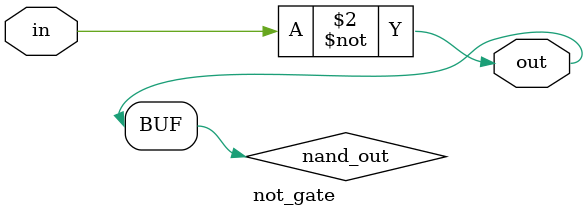
<source format=v>

module top_module (
    input [2:0] sel,
    input [5:0] data_in,
    input in,
    output [3:0] mux_out,
    output out,
    output [3:0] or_out
);

    // 6-to-1 Multiplexer
    wire [5:0] mux_input;
    assign mux_input = {data_in[sel], data_in[sel+1], data_in[sel+2], data_in[sel+3], data_in[sel+4], data_in[sel+5]};
    mux_6to1 mux_inst (
        .sel(sel),
        .data_in(mux_input),
        .data_out(mux_out)
    );

    // NOT Gate
    wire not_input;
    assign not_input = in;
    not_gate not_inst (
        .in(not_input),
        .out(out)
    );

    // Bitwise OR
    assign or_out = mux_out | out;

endmodule
module mux_6to1 (
    input [2:0] sel,
    input [5:0] data_in,
    output reg [3:0] data_out
);
    always @*
    begin
        case(sel)
            3'b000: data_out = data_in[0];
            3'b001: data_out = data_in[1];
            3'b010: data_out = data_in[2];
            3'b011: data_out = data_in[3];
            3'b100: data_out = data_in[4];
            3'b101: data_out = data_in[5];
            default: data_out = 4'b0000;
        endcase
    end
endmodule
module not_gate (
    input in,
    output out
);
    wire nand_out;
    assign nand_out = ~(in & in);
    assign out = nand_out;
endmodule
</source>
